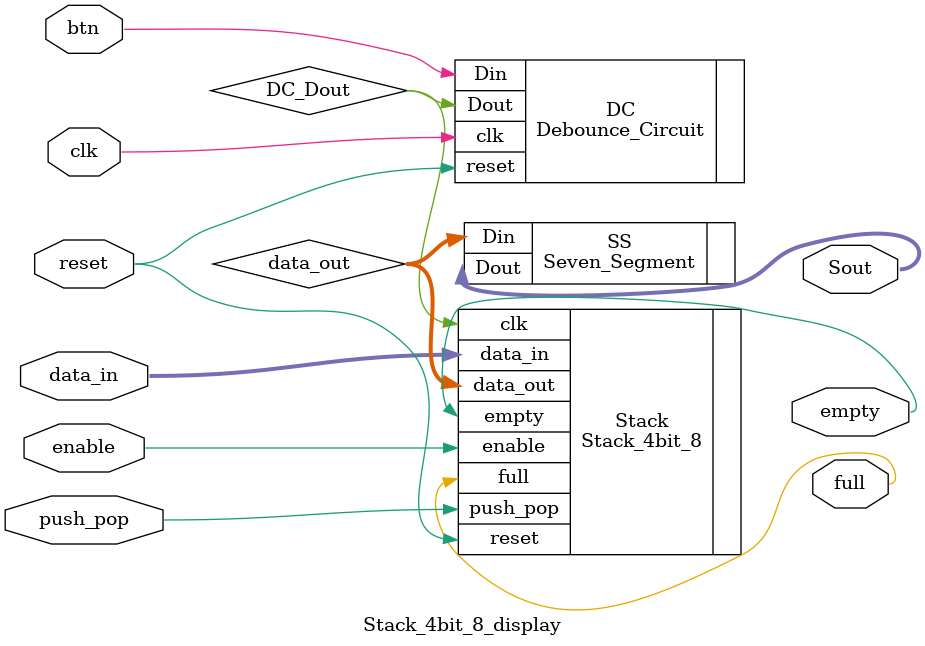
<source format=v>
module Stack_4bit_8_display(clk, btn, reset, enable, push_pop, data_in, full, empty, Sout);
input clk, btn, reset, enable, push_pop;
input[3:0] data_in;
output full, empty;
output[6:0] Sout;

wire DC_Dout;
wire[3:0] data_out;

Debounce_Circuit DC(.clk(clk), .reset(reset), .Din(btn), .Dout(DC_Dout));
Stack_4bit_8 Stack(.clk(DC_Dout), .reset(reset), .enable(enable), .push_pop(push_pop), .data_in(data_in), .full(full), .empty(empty), .data_out(data_out));
Seven_Segment SS(.Din(data_out), .Dout(Sout));

endmodule
</source>
